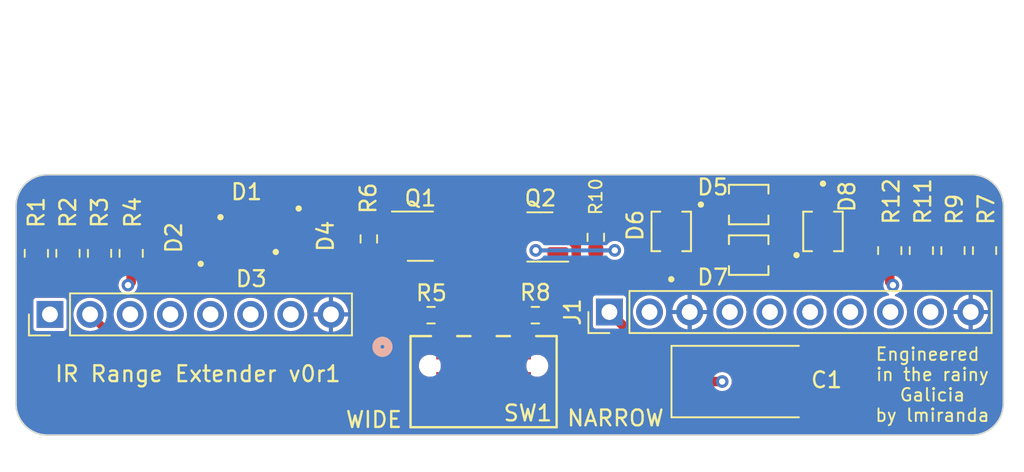
<source format=kicad_pcb>
(kicad_pcb (version 20221018) (generator pcbnew)
  (layers (0 "F.Cu" signal) (1 "In1.Cu" signal) (2 "In2.Cu" signal) (31 "B.Cu" signal) (34 "B.Paste" user) (35 "F.Paste" user) (36 "B.SilkS" user "B.Silkscreen") (37 "F.SilkS" user "F.Silkscreen") (38 "B.Mask" user) (39 "F.Mask" user) (44 "Edge.Cuts" user))
  (net 0 "")
  (net 1 "+3.3V")
  (net 2 "GND")
  (net 11 "A7")
  (net 17 "Net-(D1-K)")
  (net 18 "Net-(Q1-B)")
  (net 19 "Net-(D5-K)")
  (net 20 "Net-(Q2-B)")
  (net 21 "Net-(D1-A)")
  (net 22 "Net-(D2-A)")
  (net 23 "Net-(D3-A)")
  (net 24 "Net-(D4-A)")
  (net 25 "WIDE")
  (net 26 "Net-(D5-A)")
  (net 27 "NARROW")
  (net 28 "Net-(D6-A)")
  (net 29 "Net-(D7-A)")
  (net 30 "Net-(D8-A)")
  (footprint "Resistor_SMD:R_0603_1608Metric" (layer "F.Cu") (at 87.775 84.4 180)
    (fp_text reference "R5" (at -0.025 1.4) (layer "F.SilkS"))
    (fp_text value "4K7")
    (fp_line (start -0.237258 -0.5225) (end 0.237258 -0.5225) (stroke (width 0.12)) (layer "F.SilkS"))
    (fp_line (start -0.237258 0.5225) (end 0.237258 0.5225) (stroke (width 0.12)) (layer "F.SilkS"))
    (pad "1" smd roundrect (at -0.825 0 180) (size 0.8 0.95) (layers "F.Cu" "F.Paste" "F.Mask") (net 25 "WIDE"))
    (pad "2" smd roundrect (at 0.825 0 180) (size 0.8 0.95) (layers "F.Cu" "F.Paste" "F.Mask") (net 18 "Net-(Q1-B)"))
  )
  (footprint "footprints:DIO_VSMB1940ITX01" (layer "F.Cu") (at 76.2 80.4 180)
    (fp_text reference "D3" (at -0.2 -1.7) (layer "F.SilkS"))
    (fp_text value "VSMB1940ITX01")
    (fp_circle (center -1.75 0) (end -1.65 0) (stroke (width 0.2)) (fill none) (layer "F.SilkS"))
    (pad "1" smd rect (at -0.8 0 180) (size 1 1.45) (layers "F.Cu" "F.Paste" "F.Mask") (net 17 "Net-(D1-K)"))
    (pad "2" smd rect (at 0.8 0 180) (size 1 1.45) (layers "F.Cu" "F.Paste" "F.Mask") (net 23 "Net-(D3-A)"))
  )
  (footprint "footprints:DIO_VSMB1940ITX01" (layer "F.Cu") (at 73.2 79.4 90)
    (fp_text reference "D2" (at -0.1 -1.7 90) (layer "F.SilkS"))
    (fp_text value "VSMB1940ITX01")
    (fp_circle (center -1.75 0) (end -1.65 0) (stroke (width 0.2)) (fill none) (layer "F.SilkS"))
    (pad "1" smd rect (at -0.8 0 90) (size 1 1.45) (layers "F.Cu" "F.Paste" "F.Mask") (net 17 "Net-(D1-K)"))
    (pad "2" smd rect (at 0.8 0 90) (size 1 1.45) (layers "F.Cu" "F.Paste" "F.Mask") (net 22 "Net-(D2-A)"))
  )
  (footprint "Resistor_SMD:R_0805_2012Metric" (layer "F.Cu") (at 68.8 80.4875 90)
    (fp_text reference "R4" (at 2.5875 0.1 90) (layer "F.SilkS"))
    (fp_text value "16R5")
    (fp_line (start -0.227064 -0.735) (end 0.227064 -0.735) (stroke (width 0.12)) (layer "F.SilkS"))
    (fp_line (start -0.227064 0.735) (end 0.227064 0.735) (stroke (width 0.12)) (layer "F.SilkS"))
    (pad "1" smd roundrect (at -0.9125 0 90) (size 1.025 1.4) (layers "F.Cu" "F.Paste" "F.Mask") (roundrect_rratio 0.243902439) (net 1 "+3.3V"))
    (pad "2" smd roundrect (at 0.9125 0 90) (size 1.025 1.4) (layers "F.Cu" "F.Paste" "F.Mask") (roundrect_rratio 0.243902439) (net 24 "Net-(D4-A)"))
  )
  (footprint "footprints:DIO_VSMB1940ITX01" (layer "F.Cu") (at 76.2 78.2)
    (fp_text reference "D1" (at -0.1 -1.6) (layer "F.SilkS"))
    (fp_text value "VSMB1940ITX01")
    (fp_circle (center -1.75 0) (end -1.65 0) (stroke (width 0.2)) (fill none) (layer "F.SilkS"))
    (pad "1" smd rect (at -0.8 0) (size 1 1.45) (layers "F.Cu" "F.Paste" "F.Mask") (net 17 "Net-(D1-K)"))
    (pad "2" smd rect (at 0.8 0) (size 1 1.45) (layers "F.Cu" "F.Paste" "F.Mask") (net 21 "Net-(D1-A)"))
  )
  (footprint "footprints:DIO_VSMB294008G" (layer "F.Cu") (at 107.875 77.4)
    (fp_text reference "D5" (at -2.275 -1.1) (layer "F.SilkS"))
    (fp_text value "VSMB294008G")
    (fp_line (start -1.25 -1.25) (end -1.25 -0.695) (stroke (width 0.127)) (layer "F.SilkS"))
    (fp_line (start -1.25 -1.25) (end 1.25 -1.25) (stroke (width 0.127)) (layer "F.SilkS"))
    (fp_line (start -1.25 1.25) (end -1.25 0.695) (stroke (width 0.127)) (layer "F.SilkS"))
    (fp_line (start 1.25 -1.25) (end 1.25 -0.695) (stroke (width 0.127)) (layer "F.SilkS"))
    (fp_line (start 1.25 1.25) (end -1.25 1.25) (stroke (width 0.127)) (layer "F.SilkS"))
    (fp_line (start 1.25 1.25) (end 1.25 0.695) (stroke (width 0.127)) (layer "F.SilkS"))
    (fp_circle (center -3.025 0) (end -2.925 0) (stroke (width 0.2)) (fill none) (layer "F.SilkS"))
    (pad "1" smd rect (at -1.9 0) (size 1.35 0.75) (layers "F.Cu" "F.Paste" "F.Mask") (net 19 "Net-(D5-K)"))
    (pad "2" smd rect (at 1.9 0) (size 1.35 0.75) (layers "F.Cu" "F.Paste" "F.Mask") (net 26 "Net-(D5-A)"))
  )
  (footprint "Connector_PinHeader_2.54mm:PinHeader_1x08_P2.54mm_Vertical" (layer "F.Cu") (at 63.66 84.35 90)
    (fp_text reference "J2" hide)
    (fp_text value "Conn_01x08")
    (fp_line (start -1.33 -1.33) (end 0 -1.33) (stroke (width 0.12)) (layer "F.SilkS"))
    (fp_line (start -1.33 0) (end -1.33 -1.33) (stroke (width 0.12)) (layer "F.SilkS"))
    (fp_line (start -1.33 1.27) (end -1.33 19.11) (stroke (width 0.12)) (layer "F.SilkS"))
    (fp_line (start -1.33 1.27) (end 1.33 1.27) (stroke (width 0.12)) (layer "F.SilkS"))
    (fp_line (start -1.33 19.11) (end 1.33 19.11) (stroke (width 0.12)) (layer "F.SilkS"))
    (fp_line (start 1.33 1.27) (end 1.33 19.11) (stroke (width 0.12)) (layer "F.SilkS"))
    (pad "1" thru_hole rect (at 0 0 90) (size 1.7 1.7) (drill 1) (layers "*.Cu" "*.Mask"))
    (pad "2" thru_hole oval (at 0 2.54 90) (size 1.7 1.7) (drill 1) (layers "*.Cu" "*.Mask") (net 11 "A7"))
    (pad "3" thru_hole oval (at 0 5.08 90) (size 1.7 1.7) (drill 1) (layers "*.Cu" "*.Mask"))
    (pad "4" thru_hole oval (at 0 7.62 90) (size 1.7 1.7) (drill 1) (layers "*.Cu" "*.Mask"))
    (pad "5" thru_hole oval (at 0 10.16 90) (size 1.7 1.7) (drill 1) (layers "*.Cu" "*.Mask"))
    (pad "6" thru_hole oval (at 0 12.7 90) (size 1.7 1.7) (drill 1) (layers "*.Cu" "*.Mask"))
    (pad "7" thru_hole oval (at 0 15.24 90) (size 1.7 1.7) (drill 1) (layers "*.Cu" "*.Mask"))
    (pad "8" thru_hole oval (at 0 17.78 90) (size 1.7 1.7) (drill 1) (layers "*.Cu" "*.Mask") (net 2 "GND"))
  )
  (footprint "footprints:DIO_VSMB1940ITX01" (layer "F.Cu") (at 79.4 79.4 -90)
    (fp_text reference "D4" (at 0 -1.7 90) (layer "F.SilkS"))
    (fp_text value "VSMB1940ITX01")
    (fp_circle (center -1.75 0) (end -1.65 0) (stroke (width 0.2)) (fill none) (layer "F.SilkS"))
    (pad "1" smd rect (at -0.8 0 270) (size 1 1.45) (layers "F.Cu" "F.Paste" "F.Mask") (net 17 "Net-(D1-K)"))
    (pad "2" smd rect (at 0.8 0 270) (size 1 1.45) (layers "F.Cu" "F.Paste" "F.Mask") (net 24 "Net-(D4-A)"))
  )
  (footprint "Resistor_SMD:R_0805_2012Metric" (layer "F.Cu") (at 122.8 80.3125 90)
    (fp_text reference "R7" (at 2.6125 0.1 90) (layer "F.SilkS"))
    (fp_text value "16R5")
    (fp_line (start -0.227064 -0.735) (end 0.227064 -0.735) (stroke (width 0.12)) (layer "F.SilkS"))
    (fp_line (start -0.227064 0.735) (end 0.227064 0.735) (stroke (width 0.12)) (layer "F.SilkS"))
    (pad "1" smd roundrect (at -0.9125 0 90) (size 1.025 1.4) (layers "F.Cu" "F.Paste" "F.Mask") (roundrect_rratio 0.243902439) (net 1 "+3.3V"))
    (pad "2" smd roundrect (at 0.9125 0 90) (size 1.025 1.4) (layers "F.Cu" "F.Paste" "F.Mask") (roundrect_rratio 0.243902439) (net 26 "Net-(D5-A)"))
  )
  (footprint "Package_TO_SOT_SMD:SOT-23-3" (layer "F.Cu") (at 94.6625 79.45 180)
    (fp_text reference "Q2" (at -0.0375 2.45) (layer "F.SilkS"))
    (fp_text value "NPN")
    (fp_line (start 0 -1.56) (end -1.8 -1.56) (stroke (width 0.12)) (layer "F.SilkS"))
    (fp_line (start 0 -1.56) (end 0.8 -1.56) (stroke (width 0.12)) (layer "F.SilkS"))
    (fp_line (start 0 1.56) (end -0.8 1.56) (stroke (width 0.12)) (layer "F.SilkS"))
    (fp_line (start 0 1.56) (end 0.8 1.56) (stroke (width 0.12)) (layer "F.SilkS"))
    (pad "1" smd roundrect (at -1.1375 -0.95 180) (size 1.325 0.6) (layers "F.Cu" "F.Paste" "F.Mask") (net 20 "Net-(Q2-B)"))
    (pad "2" smd roundrect (at -1.1375 0.95 180) (size 1.325 0.6) (layers "F.Cu" "F.Paste" "F.Mask") (net 2 "GND"))
    (pad "3" smd roundrect (at 1.1375 0 180) (size 1.325 0.6) (layers "F.Cu" "F.Paste" "F.Mask") (net 19 "Net-(D5-K)"))
  )
  (footprint "Connector_PinHeader_2.54mm:PinHeader_1x10_P2.54mm_Vertical" (layer "F.Cu") (at 99.06 84.2 90)
    (fp_text reference "J1" (at 0 -2.33 90) (layer "F.SilkS"))
    (fp_text value "Conn_01x10")
    (fp_line (start -1.33 -1.33) (end 0 -1.33) (stroke (width 0.12)) (layer "F.SilkS"))
    (fp_line (start -1.33 0) (end -1.33 -1.33) (stroke (width 0.12)) (layer "F.SilkS"))
    (fp_line (start -1.33 1.27) (end -1.33 24.19) (stroke (width 0.12)) (layer "F.SilkS"))
    (fp_line (start -1.33 1.27) (end 1.33 1.27) (stroke (width 0.12)) (layer "F.SilkS"))
    (fp_line (start -1.33 24.19) (end 1.33 24.19) (stroke (width 0.12)) (layer "F.SilkS"))
    (fp_line (start 1.33 1.27) (end 1.33 24.19) (stroke (width 0.12)) (layer "F.SilkS"))
    (pad "1" thru_hole rect (at 0 0 90) (size 1.7 1.7) (drill 1) (layers "*.Cu" "*.Mask") (net 1 "+3.3V"))
    (pad "2" thru_hole oval (at 0 2.54 90) (size 1.7 1.7) (drill 1) (layers "*.Cu" "*.Mask"))
    (pad "3" thru_hole oval (at 0 5.08 90) (size 1.7 1.7) (drill 1) (layers "*.Cu" "*.Mask") (net 2 "GND"))
    (pad "4" thru_hole oval (at 0 7.62 90) (size 1.7 1.7) (drill 1) (layers "*.Cu" "*.Mask"))
    (pad "5" thru_hole oval (at 0 10.16 90) (size 1.7 1.7) (drill 1) (layers "*.Cu" "*.Mask"))
    (pad "6" thru_hole oval (at 0 12.7 90) (size 1.7 1.7) (drill 1) (layers "*.Cu" "*.Mask"))
    (pad "7" thru_hole oval (at 0 15.24 90) (size 1.7 1.7) (drill 1) (layers "*.Cu" "*.Mask"))
    (pad "8" thru_hole oval (at 0 17.78 90) (size 1.7 1.7) (drill 1) (layers "*.Cu" "*.Mask"))
    (pad "9" thru_hole oval (at 0 20.32 90) (size 1.7 1.7) (drill 1) (layers "*.Cu" "*.Mask"))
    (pad "10" thru_hole oval (at 0 22.86 90) (size 1.7 1.7) (drill 1) (layers "*.Cu" "*.Mask") (net 2 "GND"))
  )
  (footprint "Resistor_SMD:R_0805_2012Metric" (layer "F.Cu") (at 64.8 80.4875 90)
    (fp_text reference "R2" (at 2.5875 0 90) (layer "F.SilkS"))
    (fp_text value "16R5")
    (fp_line (start -0.227064 -0.735) (end 0.227064 -0.735) (stroke (width 0.12)) (layer "F.SilkS"))
    (fp_line (start -0.227064 0.735) (end 0.227064 0.735) (stroke (width 0.12)) (layer "F.SilkS"))
    (pad "1" smd roundrect (at -0.9125 0 90) (size 1.025 1.4) (layers "F.Cu" "F.Paste" "F.Mask") (roundrect_rratio 0.243902439) (net 1 "+3.3V"))
    (pad "2" smd roundrect (at 0.9125 0 90) (size 1.025 1.4) (layers "F.Cu" "F.Paste" "F.Mask") (roundrect_rratio 0.243902439) (net 22 "Net-(D2-A)"))
  )
  (footprint "footprints:DIO_VSMB294008G" (layer "F.Cu") (at 112.575 79.1 -90)
    (fp_text reference "D8" (at -2.2 -1.525 90) (layer "F.SilkS"))
    (fp_text value "VSMB294008G")
    (fp_line (start -1.25 -1.25) (end -1.25 -0.695) (stroke (width 0.127)) (layer "F.SilkS"))
    (fp_line (start -1.25 -1.25) (end 1.25 -1.25) (stroke (width 0.127)) (layer "F.SilkS"))
    (fp_line (start -1.25 1.25) (end -1.25 0.695) (stroke (width 0.127)) (layer "F.SilkS"))
    (fp_line (start 1.25 -1.25) (end 1.25 -0.695) (stroke (width 0.127)) (layer "F.SilkS"))
    (fp_line (start 1.25 1.25) (end -1.25 1.25) (stroke (width 0.127)) (layer "F.SilkS"))
    (fp_line (start 1.25 1.25) (end 1.25 0.695) (stroke (width 0.127)) (layer "F.SilkS"))
    (fp_circle (center -3.025 0) (end -2.925 0) (stroke (width 0.2)) (fill none) (layer "F.SilkS"))
    (pad "1" smd rect (at -1.9 0 270) (size 1.35 0.75) (layers "F.Cu" "F.Paste" "F.Mask") (net 19 "Net-(D5-K)"))
    (pad "2" smd rect (at 1.9 0 270) (size 1.35 0.75) (layers "F.Cu" "F.Paste" "F.Mask") (net 30 "Net-(D8-A)"))
  )
  (footprint "footprints:JS202011JAQN_CNK" (layer "F.Cu") (at 91.1 88.6059)
    (fp_text reference "SW1" (at 2.8 1.9941 unlocked) (layer "F.SilkS"))
    (fp_text value "SW_Push_DPDT")
    (fp_circle (center -6.4008 -2.2059) (end -6.0198 -2.2059) (stroke (width 0.508)) (fill none) (layer "B.SilkS"))
    (fp_line (start -4.6228 -2.8829) (end -4.6228 2.882901) (stroke (width 0.1524)) (layer "F.SilkS"))
    (fp_line (start -4.6228 2.882901) (end 4.6228 2.882901) (stroke (width 0.1524)) (layer "F.SilkS"))
    (fp_line (start -3.32804 -2.8829) (end -4.6228 -2.8829) (stroke (width 0.1524)) (layer "F.SilkS"))
    (fp_line (start -0.82804 -2.8829) (end -1.67196 -2.8829) (stroke (width 0.1524)) (layer "F.SilkS"))
    (fp_line (start 1.67196 -2.8829) (end 0.82804 -2.8829) (stroke (width 0.1524)) (layer "F.SilkS"))
    (fp_line (start 4.6228 -2.8829) (end 3.32804 -2.8829) (stroke (width 0.1524)) (layer "F.SilkS"))
    (fp_line (start 4.6228 2.882901) (end 4.6228 -2.8829) (stroke (width 0.1524)) (layer "F.SilkS"))
    (fp_circle (center -6.4008 -2.2059) (end -6.0198 -2.2059) (stroke (width 0.508)) (fill none) (layer "F.SilkS"))
    (pad "" np_thru_hole circle (at -3.399998 -1.0059) (size 0.889 0.889) (drill 0.889) (layers "*.Cu" "*.Mask"))
    (pad "" np_thru_hole circle (at 3.399998 -1.0059) (size 0.889 0.889) (drill 0.889) (layers "*.Cu" "*.Mask"))
    (pad "1" smd rect (at -2.5 -2.2059) (size 0.9906 1.6002) (layers "F.Cu" "F.Paste" "F.Mask") (net 25 "WIDE"))
    (pad "2" smd rect (at 0 -2.2059) (size 0.9906 1.6002) (layers "F.Cu" "F.Paste" "F.Mask") (net 11 "A7"))
    (pad "3" smd rect (at 2.5 -2.2059) (size 0.9906 1.6002) (layers "F.Cu" "F.Paste" "F.Mask") (net 27 "NARROW"))
    (pad "4" smd rect (at -2.5 0.1941) (size 0.9906 1.6002) (layers "F.Cu" "F.Paste" "F.Mask") (net 25 "WIDE"))
    (pad "5" smd rect (at 0 0.1941) (size 0.9906 1.6002) (layers "F.Cu" "F.Paste" "F.Mask") (net 11 "A7"))
    (pad "6" smd rect (at 2.5 0.1941) (size 0.9906 1.6002) (layers "F.Cu" "F.Paste" "F.Mask") (net 27 "NARROW"))
  )
  (footprint "Resistor_SMD:R_0805_2012Metric" (layer "F.Cu") (at 118.8 80.3125 90)
    (fp_text reference "R11" (at 3.1125 0.1 90) (layer "F.SilkS"))
    (fp_text value "16R5")
    (fp_line (start -0.227064 -0.735) (end 0.227064 -0.735) (stroke (width 0.12)) (layer "F.SilkS"))
    (fp_line (start -0.227064 0.735) (end 0.227064 0.735) (stroke (width 0.12)) (layer "F.SilkS"))
    (pad "1" smd roundrect (at -0.9125 0 90) (size 1.025 1.4) (layers "F.Cu" "F.Paste" "F.Mask") (roundrect_rratio 0.243902439) (net 1 "+3.3V"))
    (pad "2" smd roundrect (at 0.9125 0 90) (size 1.025 1.4) (layers "F.Cu" "F.Paste" "F.Mask") (roundrect_rratio 0.243902439) (net 29 "Net-(D7-A)"))
  )
  (footprint "Resistor_SMD:R_0805_2012Metric" (layer "F.Cu") (at 120.8 80.3125 90)
    (fp_text reference "R9" (at 2.6125 0.1 90) (layer "F.SilkS"))
    (fp_text value "16R5")
    (fp_line (start -0.227064 -0.735) (end 0.227064 -0.735) (stroke (width 0.12)) (layer "F.SilkS"))
    (fp_line (start -0.227064 0.735) (end 0.227064 0.735) (stroke (width 0.12)) (layer "F.SilkS"))
    (pad "1" smd roundrect (at -0.9125 0 90) (size 1.025 1.4) (layers "F.Cu" "F.Paste" "F.Mask") (roundrect_rratio 0.243902439) (net 1 "+3.3V"))
    (pad "2" smd roundrect (at 0.9125 0 90) (size 1.025 1.4) (layers "F.Cu" "F.Paste" "F.Mask") (roundrect_rratio 0.243902439) (net 28 "Net-(D6-A)"))
  )
  (footprint "Resistor_SMD:R_0603_1608Metric" (layer "F.Cu") (at 94.375 84.4)
    (fp_text reference "R8" (at 0 -1.43) (layer "F.SilkS"))
    (fp_text value "4K7")
    (fp_line (start -0.237258 -0.5225) (end 0.237258 -0.5225) (stroke (width 0.12)) (layer "F.SilkS"))
    (fp_line (start -0.237258 0.5225) (end 0.237258 0.5225) (stroke (width 0.12)) (layer "F.SilkS"))
    (pad "1" smd roundrect (at -0.825 0) (size 0.8 0.95) (layers "F.Cu" "F.Paste" "F.Mask") (net 27 "NARROW"))
    (pad "2" smd roundrect (at 0.825 0) (size 0.8 0.95) (layers "F.Cu" "F.Paste" "F.Mask") (net 20 "Net-(Q2-B)"))
  )
  (footprint "Resistor_SMD:R_0805_2012Metric" (layer "F.Cu") (at 66.8 80.4875 90)
    (fp_text reference "R3" (at 2.5875 0 90) (layer "F.SilkS"))
    (fp_text value "16R5")
    (fp_line (start -0.227064 -0.735) (end 0.227064 -0.735) (stroke (width 0.12)) (layer "F.SilkS"))
    (fp_line (start -0.227064 0.735) (end 0.227064 0.735) (stroke (width 0.12)) (layer "F.SilkS"))
    (pad "1" smd roundrect (at -0.9125 0 90) (size 1.025 1.4) (layers "F.Cu" "F.Paste" "F.Mask") (roundrect_rratio 0.243902439) (net 1 "+3.3V"))
    (pad "2" smd roundrect (at 0.9125 0 90) (size 1.025 1.4) (layers "F.Cu" "F.Paste" "F.Mask") (roundrect_rratio 0.243902439) (net 23 "Net-(D3-A)"))
  )
  (footprint "Package_TO_SOT_SMD:SOT-23-3" (layer "F.Cu") (at 87.1 79.4)
    (fp_text reference "Q1" (at 0 -2.4) (layer "F.SilkS"))
    (fp_text value "NPN")
    (fp_line (start 0 -1.56) (end -1.8 -1.56) (stroke (width 0.12)) (layer "F.SilkS"))
    (fp_line (start 0 -1.56) (end 0.8 -1.56) (stroke (width 0.12)) (layer "F.SilkS"))
    (fp_line (start 0 1.56) (end -0.8 1.56) (stroke (width 0.12)) (layer "F.SilkS"))
    (fp_line (start 0 1.56) (end 0.8 1.56) (stroke (width 0.12)) (layer "F.SilkS"))
    (pad "1" smd roundrect (at -1.1375 -0.95) (size 1.325 0.6) (layers "F.Cu" "F.Paste" "F.Mask") (net 18 "Net-(Q1-B)"))
    (pad "2" smd roundrect (at -1.1375 0.95) (size 1.325 0.6) (layers "F.Cu" "F.Paste" "F.Mask") (net 2 "GND"))
    (pad "3" smd roundrect (at 1.1375 0) (size 1.325 0.6) (layers "F.Cu" "F.Paste" "F.Mask") (net 17 "Net-(D1-K)"))
  )
  (footprint "Resistor_SMD:R_0805_2012Metric" (layer "F.Cu") (at 62.8 80.4875 90)
    (fp_text reference "R1" (at 2.5875 0 90) (layer "F.SilkS"))
    (fp_text value "16R5")
    (fp_line (start -0.227064 -0.735) (end 0.227064 -0.735) (stroke (width 0.12)) (layer "F.SilkS"))
    (fp_line (start -0.227064 0.735) (end 0.227064 0.735) (stroke (width 0.12)) (layer "F.SilkS"))
    (pad "1" smd roundrect (at -0.9125 0 90) (size 1.025 1.4) (layers "F.Cu" "F.Paste" "F.Mask") (roundrect_rratio 0.243902439) (net 1 "+3.3V"))
    (pad "2" smd roundrect (at 0.9125 0 90) (size 1.025 1.4) (layers "F.Cu" "F.Paste" "F.Mask") (roundrect_rratio 0.243902439) (net 21 "Net-(D1-A)"))
  )
  (footprint "Capacitor_Tantalum_SMD:CP_EIA-7343-15_Kemet-W" (layer "F.Cu") (at 107.4 88.6)
    (fp_text reference "C1" (at 5.4 -0.1) (layer "F.SilkS"))
    (fp_text value "220uF")
    (fp_line (start -4.41 -2.26) (end -4.41 2.26) (stroke (width 0.12)) (layer "F.SilkS"))
    (fp_line (start -4.41 2.26) (end 3.65 2.26) (stroke (width 0.12)) (layer "F.SilkS"))
    (fp_line (start 3.65 -2.26) (end -4.41 -2.26) (stroke (width 0.12)) (layer "F.SilkS"))
    (pad "1" smd roundrect (at -3.1125 0) (size 2.075 2.55) (layers "F.Cu" "F.Paste" "F.Mask") (roundrect_rratio 0.1204819277) (net 1 "+3.3V"))
    (pad "2" smd roundrect (at 3.1125 0) (size 2.075 2.55) (layers "F.Cu" "F.Paste" "F.Mask") (roundrect_rratio 0.1204819277) (net 2 "GND"))
  )
  (footprint "footprints:DIO_VSMB294008G" (layer "F.Cu") (at 102.975 79.1 90)
    (fp_text reference "D6" (at 0.381 -2.286 90) (layer "F.SilkS"))
    (fp_text value "VSMB294008G")
    (fp_line (start -1.25 -1.25) (end -1.25 -0.695) (stroke (width 0.127)) (layer "F.SilkS"))
    (fp_line (start -1.25 -1.25) (end 1.25 -1.25) (stroke (width 0.127)) (layer "F.SilkS"))
    (fp_line (start -1.25 1.25) (end -1.25 0.695) (stroke (width 0.127)) (layer "F.SilkS"))
    (fp_line (start 1.25 -1.25) (end 1.25 -0.695) (stroke (width 0.127)) (layer "F.SilkS"))
    (fp_line (start 1.25 1.25) (end -1.25 1.25) (stroke (width 0.127)) (layer "F.SilkS"))
    (fp_line (start 1.25 1.25) (end 1.25 0.695) (stroke (width 0.127)) (layer "F.SilkS"))
    (fp_circle (center -3.025 0) (end -2.925 0) (stroke (width 0.2)) (fill none) (layer "F.SilkS"))
    (pad "1" smd rect (at -1.9 0 90) (size 1.35 0.75) (layers "F.Cu" "F.Paste" "F.Mask") (net 19 "Net-(D5-K)"))
    (pad "2" smd rect (at 1.9 0 90) (size 1.35 0.75) (layers "F.Cu" "F.Paste" "F.Mask") (net 28 "Net-(D6-A)"))
  )
  (footprint "footprints:DIO_VSMB294008G" (layer "F.Cu") (at 107.875 80.6 180)
    (fp_text reference "D7" (at 2.275 -1.4) (layer "F.SilkS"))
    (fp_text value "VSMB294008G")
    (fp_line (start -1.25 -1.25) (end -1.25 -0.695) (stroke (width 0.127)) (layer "F.SilkS"))
    (fp_line (start -1.25 -1.25) (end 1.25 -1.25) (stroke (width 0.127)) (layer "F.SilkS"))
    (fp_line (start -1.25 1.25) (end -1.25 0.695) (stroke (width 0.127)) (layer "F.SilkS"))
    (fp_line (start 1.25 -1.25) (end 1.25 -0.695) (stroke (width 0.127)) (layer "F.SilkS"))
    (fp_line (start 1.25 1.25) (end -1.25 1.25) (stroke (width 0.127)) (layer "F.SilkS"))
    (fp_line (start 1.25 1.25) (end 1.25 0.695) (stroke (width 0.127)) (layer "F.SilkS"))
    (fp_circle (center -3.025 0) (end -2.925 0) (stroke (width 0.2)) (fill none) (layer "F.SilkS"))
    (pad "1" smd rect (at -1.9 0 180) (size 1.35 0.75) (layers "F.Cu" "F.Paste" "F.Mask") (net 19 "Net-(D5-K)"))
    (pad "2" smd rect (at 1.9 0 180) (size 1.35 0.75) (layers "F.Cu" "F.Paste" "F.Mask") (net 29 "Net-(D7-A)"))
  )
  (footprint "Resistor_SMD:R_0603_1608Metric" (layer "F.Cu") (at 83.8375 79.575 90)
    (fp_text reference "R6" (at 2.575 -0.0375 90) (layer "F.SilkS"))
    (fp_text value "47K")
    (fp_line (start -0.237258 -0.5225) (end 0.237258 -0.5225) (stroke (width 0.12)) (layer "F.SilkS"))
    (fp_line (start -0.237258 0.5225) (end 0.237258 0.5225) (stroke (width 0.12)) (layer "F.SilkS"))
    (pad "1" smd roundrect (at -0.825 0 90) (size 0.8 0.95) (layers "F.Cu" "F.Paste" "F.Mask") (net 18 "Net-(Q1-B)"))
    (pad "2" smd roundrect (at 0.825 0 90) (size 0.8 0.95) (layers "F.Cu" "F.Paste" "F.Mask") (net 2 "GND"))
  )
  (footprint "Resistor_SMD:R_0603_1608Metric" (layer "F.Cu") (at 98.2 79.475 90)
    (fp_text reference "R10" (at 2.575 0 90) (layer "F.SilkS") (effects (font (size 0.8 0.8) (thickness 0.12))))
    (fp_text value "47K")
    (fp_line (start -0.237258 -0.5225) (end 0.237258 -0.5225) (stroke (width 0.12)) (layer "F.SilkS"))
    (fp_line (start -0.237258 0.5225) (end 0.237258 0.5225) (stroke (width 0.12)) (layer "F.SilkS"))
    (pad "1" smd roundrect (at -0.825 0 90) (size 0.8 0.95) (layers "F.Cu" "F.Paste" "F.Mask") (net 20 "Net-(Q2-B)"))
    (pad "2" smd roundrect (at 0.825 0 90) (size 0.8 0.95) (layers "F.Cu" "F.Paste" "F.Mask") (net 2 "GND"))
  )
  (footprint "Resistor_SMD:R_0805_2012Metric" (layer "F.Cu") (at 116.8 80.3125 90)
    (fp_text reference "R12" (at 3.1125 0.1 90) (layer "F.SilkS"))
    (fp_text value "16R5")
    (fp_line (start -0.227064 -0.735) (end 0.227064 -0.735) (stroke (width 0.12)) (layer "F.SilkS"))
    (fp_line (start -0.227064 0.735) (end 0.227064 0.735) (stroke (width 0.12)) (layer "F.SilkS"))
    (pad "1" smd roundrect (at -0.9125 0 90) (size 1.025 1.4) (layers "F.Cu" "F.Paste" "F.Mask") (roundrect_rratio 0.243902439) (net 1 "+3.3V"))
    (pad "2" smd roundrect (at 0.9125 0 90) (size 1.025 1.4) (layers "F.Cu" "F.Paste" "F.Mask") (roundrect_rratio 0.243902439) (net 30 "Net-(D8-A)"))
  )
  (gr_arc (start 123.985786 89.985786) (mid 123.4 91.4) (end 121.985786 91.985786) (stroke (width 0.1)) (layer "Edge.Cuts"))
  (gr_arc (start 61.514214 77.514214) (mid 62.1 76.1) (end 63.514214 75.514214) (stroke (width 0.1)) (layer "Edge.Cuts"))
  (gr_arc (start 121.985786 75.514214) (mid 123.4 76.1) (end 123.985786 77.514214) (stroke (width 0.1)) (layer "Edge.Cuts"))
  (gr_line (start 61.514214 89.985786) (end 61.514214 77.514214) (stroke (width 0.1)) (layer "Edge.Cuts"))
  (gr_line (start 121.985786 91.985786) (end 63.514214 91.985786) (stroke (width 0.1)) (layer "Edge.Cuts"))
  (gr_arc (start 63.514214 91.985786) (mid 62.1 91.4) (end 61.514214 89.985786) (stroke (width 0.1)) (layer "Edge.Cuts"))
  (gr_line (start 63.514214 75.514214) (end 121.985786 75.514214) (stroke (width 0.1)) (layer "Edge.Cuts"))
  (gr_line (start 123.985786 89.985786) (end 123.985786 77.514214) (stroke (width 0.1)) (layer "Edge.Cuts"))
  (gr_text "NARROW" (at 96.3 91.5) (layer "F.SilkS") (effects (font (size 1 1)) (justify left bottom)))
  (gr_text "IR Range Extender v0r1" (at 63.9 88.7) (layer "F.SilkS") (effects (font (size 1 1)) (justify left bottom)))
  (gr_text "Engineered \nin the rainy\nGalicia\nby lmiranda" (at 119.5 91.2) (layer "F.SilkS") (effects (font (size 0.8 0.8) (thickness 0.12)) (justify bottom)))
  (gr_text "WIDE" (at 82.3 91.6) (layer "F.SilkS") (effects (font (size 1 1)) (justify left bottom)))
  (segment (start 68.8 81.4) (end 68.8 82.3) (width 0.6) (layer "F.Cu") (net 1))
  (segment (start 62.8 81.4) (end 64.8 81.4) (width 0.6) (layer "F.Cu") (net 1))
  (segment (start 104.2875 88.6) (end 106.2 88.6) (width 0.6) (layer "F.Cu") (net 1))
  (segment (start 118.8 81.225) (end 116.8 81.225) (width 0.6) (layer "F.Cu") (net 1))
  (segment (start 68.8 82.3) (end 68.6 82.5) (width 0.6) (layer "F.Cu") (net 1))
  (segment (start 116.8 81.225) (end 116.8 82.3) (width 0.6) (layer "F.Cu") (net 1))
  (segment (start 101.15 85.55) (end 100.41 85.55) (width 0.6) (layer "F.Cu") (net 1))
  (segment (start 100.41 85.55) (end 99.06 84.2) (width 0.6) (layer "F.Cu") (net 1))
  (segment (start 64.8 81.4) (end 66.8 81.4) (width 0.6) (layer "F.Cu") (net 1))
  (segment (start 104.2 88.6) (end 101.15 85.55) (width 0.6) (layer "F.Cu") (net 1))
  (segment (start 122.8 81.225) (end 120.8 81.225) (width 0.6) (layer "F.Cu") (net 1))
  (segment (start 116.8 82.3) (end 117 82.5) (width 0.6) (layer "F.Cu") (net 1))
  (segment (start 104.2875 88.6) (end 104.2 88.6) (width 0.6) (layer "F.Cu") (net 1))
  (segment (start 66.8 81.4) (end 68.8 81.4) (width 0.6) (layer "F.Cu") (net 1))
  (segment (start 118.8 81.225) (end 120.8 81.225) (width 0.6) (layer "F.Cu") (net 1))
  (via (at 68.6 82.5) (size 0.8) (drill 0.4) (layers "F.Cu" "B.Cu") (net 1))
  (via (at 106.2 88.6) (size 0.8) (drill 0.4) (layers "F.Cu" "B.Cu") (net 1))
  (via (at 117 82.5) (size 0.8) (drill 0.4) (layers "F.Cu" "B.Cu") (net 1))
  (segment (start 85.9125 80.4) (end 85.9625 80.35) (width 0.6) (layer "F.Cu") (net 2))
  (segment (start 91.1 88.8) (end 91.1 86.4) (width 0.6) (layer "F.Cu") (net 11))
  (segment (start 66.2 84.35) (end 71.9001 90.0501) (width 0.5) (layer "F.Cu") (net 11))
  (segment (start 89.8499 90.0501) (end 91.1 88.8) (width 0.5) (layer "F.Cu") (net 11))
  (segment (start 71.9001 90.0501) (end 89.8499 90.0501) (width 0.5) (layer "F.Cu") (net 11))
  (segment (start 77 79.8) (end 76.525 79.325) (width 0.4) (layer "F.Cu") (net 17))
  (segment (start 80.35 77.65) (end 79.4 78.6) (width 0.6) (layer "F.Cu") (net 17))
  (segment (start 73.4 80.2) (end 75.4 78.2) (width 0.4) (layer "F.Cu") (net 17))
  (segment (start 76.3 79.325) (end 75.4 78.425) (width 0.4) (layer "F.Cu") (net 17))
  (segment (start 73.2 80.2) (end 73.4 80.2) (width 0.4) (layer "F.Cu") (net 17))
  (segment (start 88.2375 79.143261) (end 86.744239 77.65) (width 0.6) (layer "F.Cu") (net 17))
  (segment (start 86.744239 77.65) (end 80.35 77.65) (width 0.6) (layer "F.Cu") (net 17))
  (segment (start 88.2375 79.4) (end 88.2375 79.143261) (width 0.6) (layer "F.Cu") (net 17))
  (segment (start 76.525 79.325) (end 76.3 79.325) (width 0.4) (layer "F.Cu") (net 17))
  (segment (start 79.4 78.6) (end 78.8 78.6) (width 0.4) (layer "F.Cu") (net 17))
  (segment (start 75.4 78.425) (end 75.4 78.2) (width 0.4) (layer "F.Cu") (net 17))
  (segment (start 77 80.4) (end 77 79.8) (width 0.4) (layer "F.Cu") (net 17))
  (segment (start 78.8 78.6) (end 77 80.4) (width 0.4) (layer "F.Cu") (net 17))
  (segment (start 85.9625 78.768261) (end 85.9625 78.45) (width 0.6) (layer "F.Cu") (net 18))
  (segment (start 87.125 80.825) (end 87.125 79.930761) (width 0.6) (layer "F.Cu") (net 18))
  (segment (start 86.95 84.4) (end 86.95 81) (width 0.6) (layer "F.Cu") (net 18))
  (segment (start 85.7875 78.45) (end 83.8375 80.4) (width 0.3) (layer "F.Cu") (net 18))
  (segment (start 85.9625 78.45) (end 85.7875 78.45) (width 0.6) (layer "F.Cu") (net 18))
  (segment (start 86.95 81) (end 87.125 80.825) (width 0.6) (layer "F.Cu") (net 18))
  (segment (start 87.125 79.930761) (end 85.9625 78.768261) (width 0.6) (layer "F.Cu") (net 18))
  (segment (start 102.375 76.025) (end 104.6 76.025) (width 0.6) (layer "F.Cu") (net 19))
  (segment (start 96.9625 79.980761) (end 96.9625 80.819239) (width 0.6) (layer "F.Cu") (net 19))
  (segment (start 109.775 80.6) (end 109.775 79.56434) (width 0.6) (layer "F.Cu") (net 19))
  (segment (start 93.575 79.4) (end 96.381739 79.4) (width 0.6) (layer "F.Cu") (net 19))
  (segment (start 109.775 79.56434) (end 112.13934 77.2) (width 0.6) (layer "F.Cu") (net 19))
  (segment (start 102.1 76.3) (end 102.375 76.025) (width 0.6) (layer "F.Cu") (net 19))
  (segment (start 97.343261 81.2) (end 102.775 81.2) (width 0.6) (layer "F.Cu") (net 19))
  (segment (start 93.525 79.45) (end 93.575 79.4) (width 0.6) (layer "F.Cu") (net 19))
  (segment (start 102.975 81) (end 102.1 80.125) (width 0.6) (layer "F.Cu") (net 19))
  (segment (start 112.13934 77.2) (end 112.575 77.2) (width 0.6) (layer "F.Cu") (net 19))
  (segment (start 102.775 81.2) (end 102.975 81) (width 0.6) (layer "F.Cu") (net 19))
  (segment (start 106.575 77.4) (end 109.775 80.6) (width 0.6) (layer "F.Cu") (net 19))
  (segment (start 96.381739 79.4) (end 96.9625 79.980761) (width 0.6) (layer "F.Cu") (net 19))
  (segment (start 102.1 80.125) (end 102.1 76.3) (width 0.6) (layer "F.Cu") (net 19))
  (segment (start 96.9625 80.819239) (end 97.343261 81.2) (width 0.6) (layer "F.Cu") (net 19))
  (segment (start 105.975 77.4) (end 106.575 77.4) (width 0.6) (layer "F.Cu") (net 19))
  (segment (start 104.6 76.025) (end 105.975 77.4) (width 0.6) (layer "F.Cu") (net 19))
  (segment (start 95.7 80.3) (end 95.8 80.4) (width 0.25) (layer "F.Cu") (net 20))
  (segment (start 95.2 81) (end 95.8 80.4) (width 0.5) (layer "F.Cu") (net 20))
  (segment (start 98.2 80.3) (end 99.4 80.3) (width 0.25) (layer "F.Cu") (net 20))
  (segment (start 95.2 84.4) (end 95.2 81) (width 0.5) (layer "F.Cu") (net 20))
  (segment (start 94.4 80.3) (end 95.7 80.3) (width 0.25) (layer "F.Cu") (net 20))
  (via (at 94.4 80.3) (size 0.8) (drill 0.4) (layers "F.Cu" "B.Cu") (net 20))
  (via (at 99.4 80.3) (size 0.8) (drill 0.4) (layers "F.Cu" "B.Cu") (net 20))
  (segment (start 99.4 80.3) (end 94.4 80.3) (width 0.25) (layer "B.Cu") (net 20))
  (segment (start 62.8 79.575) (end 66.475 75.9) (width 0.6) (layer "F.Cu") (net 21))
  (segment (start 66.475 75.9) (end 76.025 75.9) (width 0.6) (layer "F.Cu") (net 21))
  (segment (start 77 76.875) (end 77 78.2) (width 0.6) (layer "F.Cu") (net 21))
  (segment (start 76.025 75.9) (end 77 76.875) (width 0.6) (layer "F.Cu") (net 21))
  (segment (start 64.8 79.575) (end 67.675 76.7) (width 0.6) (layer "F.Cu") (net 22))
  (segment (start 72.4 76.7) (end 73.2 77.5) (width 0.6) (layer "F.Cu") (net 22))
  (segment (start 67.675 76.7) (end 72.4 76.7) (width 0.6) (layer "F.Cu") (net 22))
  (segment (start 73.2 77.5) (end 73.2 78.6) (width 0.6) (layer "F.Cu") (net 22))
  (segment (start 70.4 77.9) (end 71.5625 79.0625) (width 0.6) (layer "F.Cu") (net 23))
  (segment (start 68.475 77.9) (end 70.4 77.9) (width 0.6) (layer "F.Cu") (net 23))
  (segment (start 66.8 79.575) (end 68.475 77.9) (width 0.6) (layer "F.Cu") (net 23))
  (segment (start 71.5625 80.7875) (end 71.975 81.2) (width 0.6) (layer "F.Cu") (net 23))
  (segment (start 71.975 81.2) (end 74.6 81.2) (width 0.6) (layer "F.Cu") (net 23))
  (segment (start 71.5625 79.0625) (end 71.5625 80.7875) (width 0.6) (layer "F.Cu") (net 23))
  (segment (start 74.6 81.2) (end 75.4 80.4) (width 0.6) (layer "F.Cu") (net 23))
  (segment (start 77.6 82) (end 79.4 80.2) (width 0.6) (layer "F.Cu") (net 24))
  (segment (start 71.225 82) (end 77.6 82) (width 0.6) (layer "F.Cu") (net 24))
  (segment (start 68.8 79.575) (end 71.225 82) (width 0.6) (layer "F.Cu") (net 24))
  (segment (start 88.6 84.4) (end 88.6 86.4) (width 0.6) (layer "F.Cu") (net 25))
  (segment (start 88.694502 88.705498) (end 88.694502 86.494502) (width 0.6) (layer "F.Cu") (net 25))
  (segment (start 88.6 88.8) (end 88.694502 88.705498) (width 0.6) (layer "F.Cu") (net 25))
  (segment (start 88.694502 86.494502) (end 88.6 86.4) (width 0.6) (layer "F.Cu") (net 25))
  (segment (start 122.8 79.4) (end 119.425 76.025) (width 0.6) (layer "F.Cu") (net 26))
  (segment (start 111.15 76.025) (end 109.775 77.4) (width 0.6) (layer "F.Cu") (net 26))
  (segment (start 119.425 76.025) (end 111.15 76.025) (width 0.6) (layer "F.Cu") (net 26))
  (segment (start 93.55 86.35) (end 93.6 86.4) (width 0.6) (layer "F.Cu") (net 27))
  (segment (start 93.505498 86.494502) (end 93.505498 88.705498) (width 0.6) (layer "F.Cu") (net 27))
  (segment (start 93.6 86.4) (end 93.505498 86.494502) (width 0.6) (layer "F.Cu") (net 27))
  (segment (start 93.505498 88.705498) (end 93.6 88.8) (width 0.6) (layer "F.Cu") (net 27))
  (segment (start 93.55 84.4) (end 93.55 86.35) (width 0.6) (layer "F.Cu") (net 27))
  (segment (start 108.9 82.1) (end 107.1 80.3) (width 0.5) (layer "F.Cu") (net 28))
  (segment (start 110.95 81.375) (end 110.225 82.1) (width 0.5) (layer "F.Cu") (net 28))
  (segment (start 110.225 82.1) (end 108.9 82.1) (width 0.5) (layer "F.Cu") (net 28))
  (segment (start 120.8 79.4) (end 119.0375 77.6375) (width 0.5) (layer "F.Cu") (net 28))
  (segment (start 107.1 79.775) (end 105.55 78.225) (width 0.5) (layer "F.Cu") (net 28))
  (segment (start 115.6625 77.6375) (end 114.3 79) (width 0.5) (layer "F.Cu") (net 28))
  (segment (start 104 78.225) (end 102.975 77.2) (width 0.5) (layer "F.Cu") (net 28))
  (segment (start 105.55 78.225) (end 104 78.225) (width 0.5) (layer "F.Cu") (net 28))
  (segment (start 114.3 79) (end 111.46434 79) (width 0.5) (layer "F.Cu") (net 28))
  (segment (start 110.95 79.51434) (end 110.95 81.375) (width 0.5) (layer "F.Cu") (net 28))
  (segment (start 107.1 80.3) (end 107.1 79.775) (width 0.5) (layer "F.Cu") (net 28))
  (segment (start 119.0375 77.6375) (end 115.6625 77.6375) (width 0.5) (layer "F.Cu") (net 28))
  (segment (start 111.46434 79) (end 110.95 79.51434) (width 0.5) (layer "F.Cu") (net 28))
  (segment (start 111.7 81.96066) (end 110.81066 82.85) (width 0.6) (layer "F.Cu") (net 29))
  (segment (start 118.8 79.4) (end 118.57316 79.4) (width 0.6) (layer "F.Cu") (net 29))
  (segment (start 114.53566 79.825) (end 111.7 79.825) (width 0.6) (layer "F.Cu") (net 29))
  (segment (start 117.56066 78.3875) (end 115.97316 78.3875) (width 0.6) (layer "F.Cu") (net 29))
  (segment (start 110.81066 82.85) (end 108.225 82.85) (width 0.6) (layer "F.Cu") (net 29))
  (segment (start 108.225 82.85) (end 105.975 80.6) (width 0.6) (layer "F.Cu") (net 29))
  (segment (start 115.97316 78.3875) (end 114.53566 79.825) (width 0.6) (layer "F.Cu") (net 29))
  (segment (start 118.57316 79.4) (end 117.56066 78.3875) (width 0.6) (layer "F.Cu") (net 29))
  (segment (start 111.7 79.825) (end 111.7 81.96066) (width 0.6) (layer "F.Cu") (net 29))
  (segment (start 112.575 81) (end 115.2 81) (width 0.6) (layer "F.Cu") (net 30))
  (segment (start 115.2 81) (end 116.8 79.4) (width 0.6) (layer "F.Cu") (net 30))
  (zone (net 2) (net_name "GND") (layers "F.Cu" "In1.Cu" "B.Cu") (connect_pads (clearance 0.128)) (min_thickness 0.128) (fill yes (thermal_gap 0.256) (thermal_bridge_width 0.256))
    (polygon (pts (xy 61 75) (xy 124.5 75) (xy 124.5 92.5) (xy 61 92.5)))
  )
)
</source>
